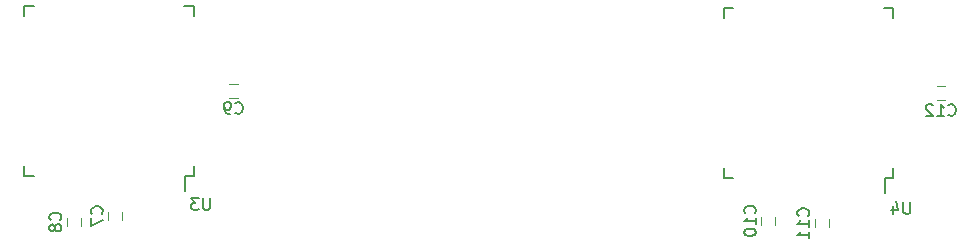
<source format=gbo>
G04 #@! TF.GenerationSoftware,KiCad,Pcbnew,(5.0.0-rc2-35-gda6600525)*
G04 #@! TF.CreationDate,2018-05-30T11:12:42-07:00*
G04 #@! TF.ProjectId,ram-based-register-card,72616D2D62617365642D726567697374,rev?*
G04 #@! TF.SameCoordinates,Original*
G04 #@! TF.FileFunction,Legend,Bot*
G04 #@! TF.FilePolarity,Positive*
%FSLAX46Y46*%
G04 Gerber Fmt 4.6, Leading zero omitted, Abs format (unit mm)*
G04 Created by KiCad (PCBNEW (5.0.0-rc2-35-gda6600525)) date 05/30/18 11:12:42*
%MOMM*%
%LPD*%
G01*
G04 APERTURE LIST*
%ADD10C,0.150000*%
%ADD11C,0.120000*%
G04 APERTURE END LIST*
D10*
G04 #@! TO.C,U3*
X87560000Y-62463000D02*
X87560000Y-63738000D01*
X88285000Y-48113000D02*
X88285000Y-48913000D01*
X73935000Y-48113000D02*
X73935000Y-48913000D01*
X73935000Y-62463000D02*
X73935000Y-61663000D01*
X88285000Y-62463000D02*
X88285000Y-61663000D01*
X73935000Y-62463000D02*
X74735000Y-62463000D01*
X73935000Y-48113000D02*
X74735000Y-48113000D01*
X88285000Y-48113000D02*
X87485000Y-48113000D01*
X88285000Y-62463000D02*
X87560000Y-62463000D01*
G04 #@! TO.C,U4*
X147525000Y-62625000D02*
X146800000Y-62625000D01*
X147525000Y-48275000D02*
X146725000Y-48275000D01*
X133175000Y-48275000D02*
X133975000Y-48275000D01*
X133175000Y-62625000D02*
X133975000Y-62625000D01*
X147525000Y-62625000D02*
X147525000Y-61825000D01*
X133175000Y-62625000D02*
X133175000Y-61825000D01*
X133175000Y-48275000D02*
X133175000Y-49075000D01*
X147525000Y-48275000D02*
X147525000Y-49075000D01*
X146800000Y-62625000D02*
X146800000Y-63900000D01*
D11*
G04 #@! TO.C,C7*
X81030000Y-65488000D02*
X81030000Y-66188000D01*
X82230000Y-66188000D02*
X82230000Y-65488000D01*
G04 #@! TO.C,C8*
X78720000Y-66720000D02*
X78720000Y-66020000D01*
X77520000Y-66020000D02*
X77520000Y-66720000D01*
G04 #@! TO.C,C9*
X91300000Y-55880000D02*
X92000000Y-55880000D01*
X92000000Y-54680000D02*
X91300000Y-54680000D01*
G04 #@! TO.C,C10*
X137520000Y-66620000D02*
X137520000Y-65920000D01*
X136320000Y-65920000D02*
X136320000Y-66620000D01*
G04 #@! TO.C,C11*
X140850000Y-66140000D02*
X140850000Y-66840000D01*
X142050000Y-66840000D02*
X142050000Y-66140000D01*
G04 #@! TO.C,C12*
X151890000Y-54850000D02*
X151190000Y-54850000D01*
X151190000Y-56050000D02*
X151890000Y-56050000D01*
G04 #@! TO.C,U3*
D10*
X89651904Y-64362380D02*
X89651904Y-65171904D01*
X89604285Y-65267142D01*
X89556666Y-65314761D01*
X89461428Y-65362380D01*
X89270952Y-65362380D01*
X89175714Y-65314761D01*
X89128095Y-65267142D01*
X89080476Y-65171904D01*
X89080476Y-64362380D01*
X88699523Y-64362380D02*
X88080476Y-64362380D01*
X88413809Y-64743333D01*
X88270952Y-64743333D01*
X88175714Y-64790952D01*
X88128095Y-64838571D01*
X88080476Y-64933809D01*
X88080476Y-65171904D01*
X88128095Y-65267142D01*
X88175714Y-65314761D01*
X88270952Y-65362380D01*
X88556666Y-65362380D01*
X88651904Y-65314761D01*
X88699523Y-65267142D01*
G04 #@! TO.C,U4*
X148941904Y-64682380D02*
X148941904Y-65491904D01*
X148894285Y-65587142D01*
X148846666Y-65634761D01*
X148751428Y-65682380D01*
X148560952Y-65682380D01*
X148465714Y-65634761D01*
X148418095Y-65587142D01*
X148370476Y-65491904D01*
X148370476Y-64682380D01*
X147465714Y-65015714D02*
X147465714Y-65682380D01*
X147703809Y-64634761D02*
X147941904Y-65349047D01*
X147322857Y-65349047D01*
G04 #@! TO.C,C7*
X80487142Y-65671333D02*
X80534761Y-65623714D01*
X80582380Y-65480857D01*
X80582380Y-65385619D01*
X80534761Y-65242761D01*
X80439523Y-65147523D01*
X80344285Y-65099904D01*
X80153809Y-65052285D01*
X80010952Y-65052285D01*
X79820476Y-65099904D01*
X79725238Y-65147523D01*
X79630000Y-65242761D01*
X79582380Y-65385619D01*
X79582380Y-65480857D01*
X79630000Y-65623714D01*
X79677619Y-65671333D01*
X79582380Y-66004666D02*
X79582380Y-66671333D01*
X80582380Y-66242761D01*
G04 #@! TO.C,C8*
X76977142Y-66203333D02*
X77024761Y-66155714D01*
X77072380Y-66012857D01*
X77072380Y-65917619D01*
X77024761Y-65774761D01*
X76929523Y-65679523D01*
X76834285Y-65631904D01*
X76643809Y-65584285D01*
X76500952Y-65584285D01*
X76310476Y-65631904D01*
X76215238Y-65679523D01*
X76120000Y-65774761D01*
X76072380Y-65917619D01*
X76072380Y-66012857D01*
X76120000Y-66155714D01*
X76167619Y-66203333D01*
X76500952Y-66774761D02*
X76453333Y-66679523D01*
X76405714Y-66631904D01*
X76310476Y-66584285D01*
X76262857Y-66584285D01*
X76167619Y-66631904D01*
X76120000Y-66679523D01*
X76072380Y-66774761D01*
X76072380Y-66965238D01*
X76120000Y-67060476D01*
X76167619Y-67108095D01*
X76262857Y-67155714D01*
X76310476Y-67155714D01*
X76405714Y-67108095D01*
X76453333Y-67060476D01*
X76500952Y-66965238D01*
X76500952Y-66774761D01*
X76548571Y-66679523D01*
X76596190Y-66631904D01*
X76691428Y-66584285D01*
X76881904Y-66584285D01*
X76977142Y-66631904D01*
X77024761Y-66679523D01*
X77072380Y-66774761D01*
X77072380Y-66965238D01*
X77024761Y-67060476D01*
X76977142Y-67108095D01*
X76881904Y-67155714D01*
X76691428Y-67155714D01*
X76596190Y-67108095D01*
X76548571Y-67060476D01*
X76500952Y-66965238D01*
G04 #@! TO.C,C9*
X91816666Y-57137142D02*
X91864285Y-57184761D01*
X92007142Y-57232380D01*
X92102380Y-57232380D01*
X92245238Y-57184761D01*
X92340476Y-57089523D01*
X92388095Y-56994285D01*
X92435714Y-56803809D01*
X92435714Y-56660952D01*
X92388095Y-56470476D01*
X92340476Y-56375238D01*
X92245238Y-56280000D01*
X92102380Y-56232380D01*
X92007142Y-56232380D01*
X91864285Y-56280000D01*
X91816666Y-56327619D01*
X91340476Y-57232380D02*
X91150000Y-57232380D01*
X91054761Y-57184761D01*
X91007142Y-57137142D01*
X90911904Y-56994285D01*
X90864285Y-56803809D01*
X90864285Y-56422857D01*
X90911904Y-56327619D01*
X90959523Y-56280000D01*
X91054761Y-56232380D01*
X91245238Y-56232380D01*
X91340476Y-56280000D01*
X91388095Y-56327619D01*
X91435714Y-56422857D01*
X91435714Y-56660952D01*
X91388095Y-56756190D01*
X91340476Y-56803809D01*
X91245238Y-56851428D01*
X91054761Y-56851428D01*
X90959523Y-56803809D01*
X90911904Y-56756190D01*
X90864285Y-56660952D01*
G04 #@! TO.C,C10*
X135777142Y-65627142D02*
X135824761Y-65579523D01*
X135872380Y-65436666D01*
X135872380Y-65341428D01*
X135824761Y-65198571D01*
X135729523Y-65103333D01*
X135634285Y-65055714D01*
X135443809Y-65008095D01*
X135300952Y-65008095D01*
X135110476Y-65055714D01*
X135015238Y-65103333D01*
X134920000Y-65198571D01*
X134872380Y-65341428D01*
X134872380Y-65436666D01*
X134920000Y-65579523D01*
X134967619Y-65627142D01*
X135872380Y-66579523D02*
X135872380Y-66008095D01*
X135872380Y-66293809D02*
X134872380Y-66293809D01*
X135015238Y-66198571D01*
X135110476Y-66103333D01*
X135158095Y-66008095D01*
X134872380Y-67198571D02*
X134872380Y-67293809D01*
X134920000Y-67389047D01*
X134967619Y-67436666D01*
X135062857Y-67484285D01*
X135253333Y-67531904D01*
X135491428Y-67531904D01*
X135681904Y-67484285D01*
X135777142Y-67436666D01*
X135824761Y-67389047D01*
X135872380Y-67293809D01*
X135872380Y-67198571D01*
X135824761Y-67103333D01*
X135777142Y-67055714D01*
X135681904Y-67008095D01*
X135491428Y-66960476D01*
X135253333Y-66960476D01*
X135062857Y-67008095D01*
X134967619Y-67055714D01*
X134920000Y-67103333D01*
X134872380Y-67198571D01*
G04 #@! TO.C,C11*
X140307142Y-65847142D02*
X140354761Y-65799523D01*
X140402380Y-65656666D01*
X140402380Y-65561428D01*
X140354761Y-65418571D01*
X140259523Y-65323333D01*
X140164285Y-65275714D01*
X139973809Y-65228095D01*
X139830952Y-65228095D01*
X139640476Y-65275714D01*
X139545238Y-65323333D01*
X139450000Y-65418571D01*
X139402380Y-65561428D01*
X139402380Y-65656666D01*
X139450000Y-65799523D01*
X139497619Y-65847142D01*
X140402380Y-66799523D02*
X140402380Y-66228095D01*
X140402380Y-66513809D02*
X139402380Y-66513809D01*
X139545238Y-66418571D01*
X139640476Y-66323333D01*
X139688095Y-66228095D01*
X140402380Y-67751904D02*
X140402380Y-67180476D01*
X140402380Y-67466190D02*
X139402380Y-67466190D01*
X139545238Y-67370952D01*
X139640476Y-67275714D01*
X139688095Y-67180476D01*
G04 #@! TO.C,C12*
X152182857Y-57307142D02*
X152230476Y-57354761D01*
X152373333Y-57402380D01*
X152468571Y-57402380D01*
X152611428Y-57354761D01*
X152706666Y-57259523D01*
X152754285Y-57164285D01*
X152801904Y-56973809D01*
X152801904Y-56830952D01*
X152754285Y-56640476D01*
X152706666Y-56545238D01*
X152611428Y-56450000D01*
X152468571Y-56402380D01*
X152373333Y-56402380D01*
X152230476Y-56450000D01*
X152182857Y-56497619D01*
X151230476Y-57402380D02*
X151801904Y-57402380D01*
X151516190Y-57402380D02*
X151516190Y-56402380D01*
X151611428Y-56545238D01*
X151706666Y-56640476D01*
X151801904Y-56688095D01*
X150849523Y-56497619D02*
X150801904Y-56450000D01*
X150706666Y-56402380D01*
X150468571Y-56402380D01*
X150373333Y-56450000D01*
X150325714Y-56497619D01*
X150278095Y-56592857D01*
X150278095Y-56688095D01*
X150325714Y-56830952D01*
X150897142Y-57402380D01*
X150278095Y-57402380D01*
G04 #@! TD*
M02*

</source>
